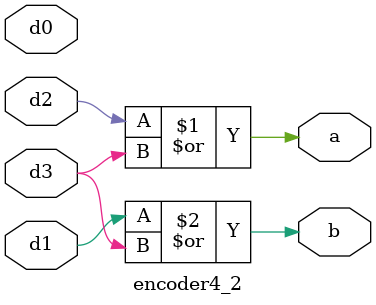
<source format=v>
module encoder4_2(input d0,d1,d2,d3, output a,b);
  assign a = d2|d3  ;
  assign b = d1|d3  ;
endmodule

</source>
